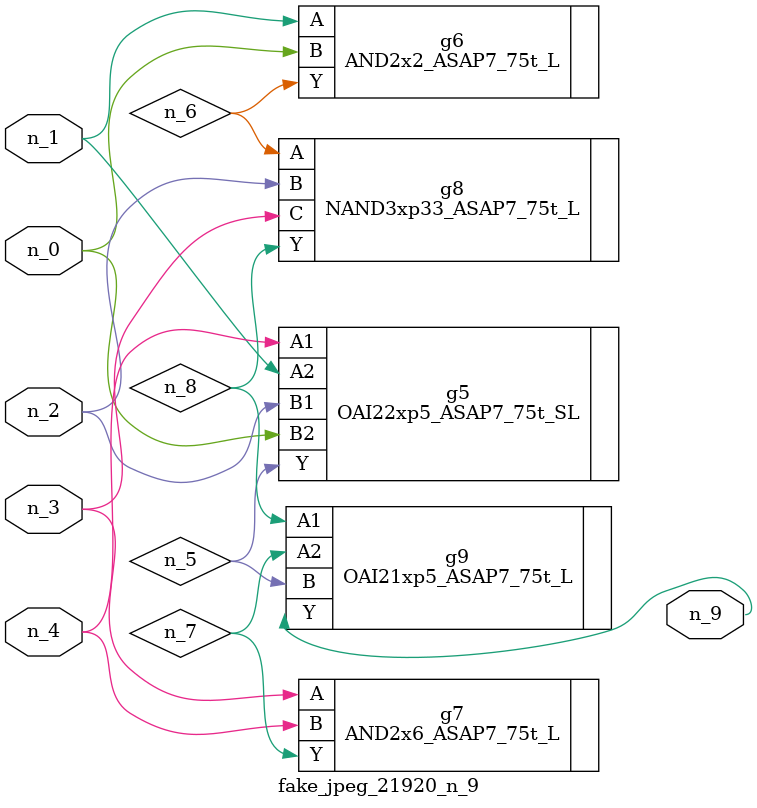
<source format=v>
module fake_jpeg_21920_n_9 (n_3, n_2, n_1, n_0, n_4, n_9);

input n_3;
input n_2;
input n_1;
input n_0;
input n_4;

output n_9;

wire n_8;
wire n_6;
wire n_5;
wire n_7;

OAI22xp5_ASAP7_75t_SL g5 ( 
.A1(n_4),
.A2(n_1),
.B1(n_2),
.B2(n_0),
.Y(n_5)
);

AND2x2_ASAP7_75t_L g6 ( 
.A(n_1),
.B(n_0),
.Y(n_6)
);

AND2x6_ASAP7_75t_L g7 ( 
.A(n_3),
.B(n_4),
.Y(n_7)
);

NAND3xp33_ASAP7_75t_L g8 ( 
.A(n_6),
.B(n_2),
.C(n_3),
.Y(n_8)
);

OAI21xp5_ASAP7_75t_L g9 ( 
.A1(n_8),
.A2(n_7),
.B(n_5),
.Y(n_9)
);


endmodule
</source>
